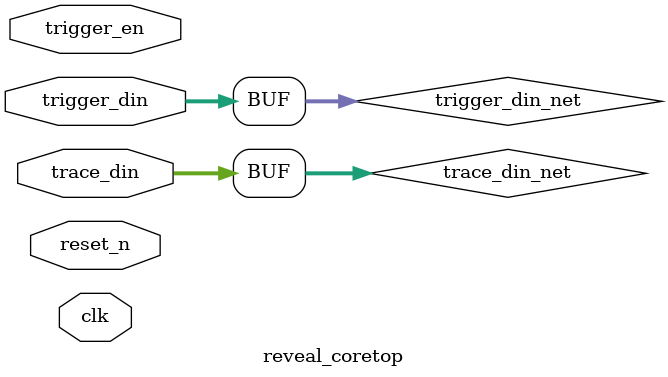
<source format=v>


module reveal_coretop(
    clk,
    reset_n,
    trigger_din,
    trigger_en,
    
    trace_din
)/* synthesis syn_hier="hard" */;

///////// PARAMETERS for IO port///////////////
parameter NUM_CORES   = 1;
parameter TOTAL_TRIGGER_DIN= 6;
parameter TOTAL_TRACE_DIN= 6;

///////// IO port define //////////
input  [NUM_CORES-1:0] clk;
input  [NUM_CORES-1:0] reset_n;

input  [TOTAL_TRIGGER_DIN-1:0] trigger_din;
input  [TOTAL_TRACE_DIN -1:0] trace_din;

// other io ports defines, including the triggered out signals
input [0:0] trigger_en;



/// wires for interconnection ///
wire [NUM_CORES-1:0] trigger_out;
wire [NUM_CORES-1:0] jtck;
wire [NUM_CORES-1:0] jrstn;
wire [NUM_CORES-1:0] jce2;
wire [NUM_CORES-1:0] jtdi;
wire [NUM_CORES-1:0] er2_tdo;
wire [NUM_CORES-1:0] jshift;
wire [NUM_CORES-1:0] jupdate;
wire [NUM_CORES-1:0] ip_enable;
wire [5:0] trace_din_net;
wire [5:0] trigger_din_net;

assign trace_din_net[0] = trace_din[0];
assign trace_din_net[1] = trace_din[1];
assign trace_din_net[2] = trace_din[2];
assign trace_din_net[3] = trace_din[3];
assign trace_din_net[4] = trace_din[4];
assign trace_din_net[5] = trace_din[5];


assign trigger_din_net[0] = trigger_din[0];
assign trigger_din_net[1] = trigger_din[1];
assign trigger_din_net[2] = trigger_din[2];
assign trigger_din_net[3] = trigger_din[3];
assign trigger_din_net[4] = trigger_din[4];
assign trigger_din_net[5] = trigger_din[5];






////// core instances //////

counter_top_la0 counter_top_la0_inst_0(
   .clk    (clk[0]),
   .reset_n    (reset_n[0]),
   .jtck    (jtck[0]),
   .jrstn    (jrstn[0]),
   .jce2    (jce2[0]),
   .jtdi    (jtdi[0]),
   .er2_tdo    (er2_tdo[0]),
   .jshift    (jshift[0]),
   .jupdate    (jupdate[0]),
   .trigger_din_0    (trigger_din_net[5:0]),
   .trace_din    (trace_din_net[5:0]),
   .trigger_en    (trigger_en[0]),
   .ip_enable    (ip_enable[0])
)/*synthesis syn_noprune=1*/; 

jtagconn16 jtagconn16_inst_0(
   .jtck    (jtck[0]),
   .jtdi    (jtdi[0]),
   .jshift    (jshift[0]),
   .jupdate    (jupdate[0]),
   .jrstn    (jrstn[0]),
   .jce2    (jce2[0]),
   .ip_enable    (ip_enable[0]),
   .er2_tdo    (er2_tdo[0])
)/*synthesis JTAG_IP="REVEAL"*//*synthesis IP_ID="0"*//* synthesis HUB_ID="0"*//*synthesis syn_noprune=1*/; 

//exemplar attribute jtagconn16_inst_0 JTAG_IP "REVEAL"
//exemplar attribute jtagconn16_inst_0 IP_ID "0"
//exemplar attribute jtagconn16_inst_0 HUB_ID "0"


endmodule
</source>
